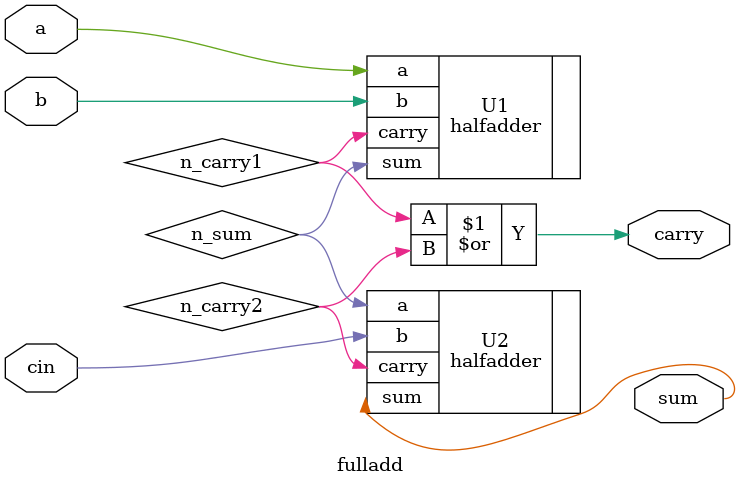
<source format=v>
module fulladd(
	input a, b, cin,
	output sum, carry
);
	wire n_sum, n_carry1, n_carry2;
	halfadder U1(.a(a), .b(b), .sum(n_sum), .carry(n_carry1));
	halfadder U2(.a(n_sum), .b(cin), .sum(sum), .carry(n_carry2));
	or(carry,n_carry1,n_carry2);
endmodule

</source>
